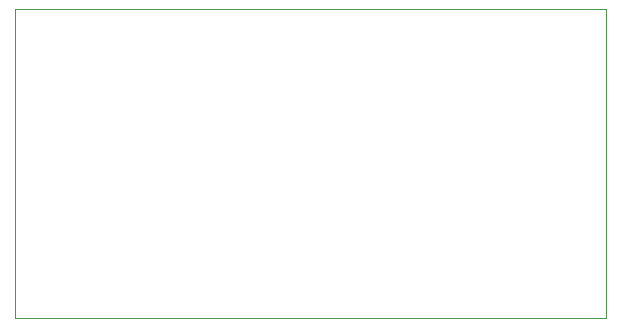
<source format=gbr>
%TF.GenerationSoftware,KiCad,Pcbnew,8.0.0~rc1*%
%TF.CreationDate,2024-01-16T05:38:03-05:00*%
%TF.ProjectId,VTVMbattElim,5654564d-6261-4747-9445-6c696d2e6b69,rev?*%
%TF.SameCoordinates,PX68860e8PY35c5de8*%
%TF.FileFunction,Profile,NP*%
%FSLAX46Y46*%
G04 Gerber Fmt 4.6, Leading zero omitted, Abs format (unit mm)*
G04 Created by KiCad (PCBNEW 8.0.0~rc1) date 2024-01-16 05:38:03*
%MOMM*%
%LPD*%
G01*
G04 APERTURE LIST*
%TA.AperFunction,Profile*%
%ADD10C,0.100000*%
%TD*%
G04 APERTURE END LIST*
D10*
X50038000Y-26162000D02*
X0Y-26162000D01*
X0Y0D02*
X50038000Y0D01*
X0Y-26162000D02*
X0Y0D01*
X50038000Y0D02*
X50038000Y-26162000D01*
M02*

</source>
